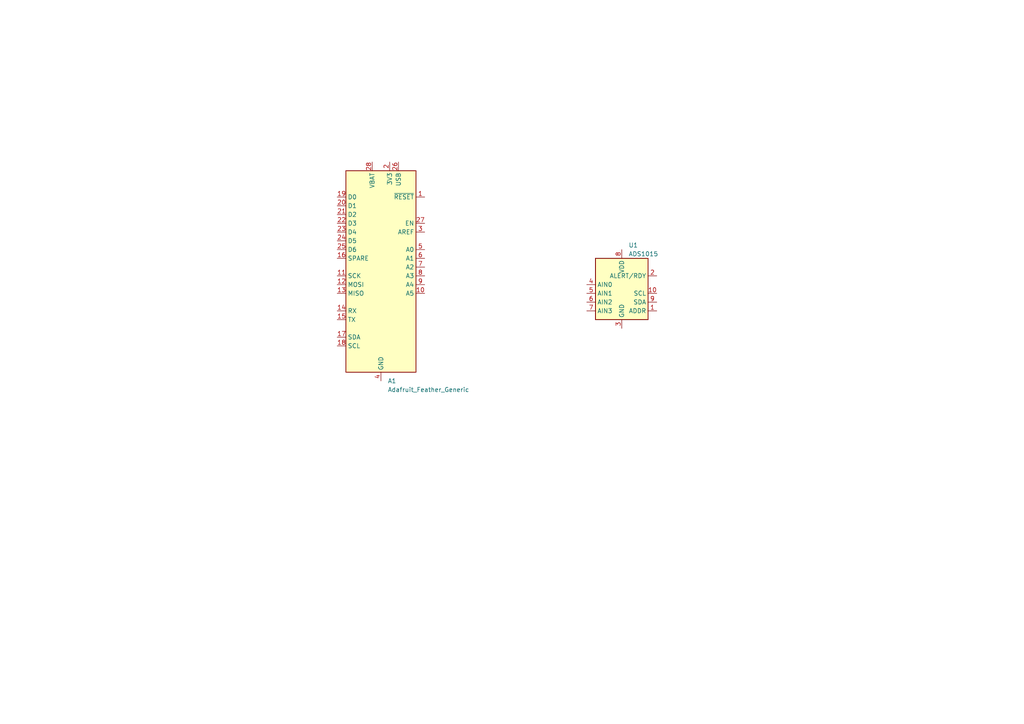
<source format=kicad_sch>
(kicad_sch (version 20230121) (generator eeschema)
  (paper "A4")
  (lib_symbols
    (symbol "Analog_ADC:ADS1015"
      (property "Reference" "U" (at 2.54 13.97 0))
      (property "Value" "ADS1015" (at 7.62 11.43 0))
      (symbol "ADS1015_0_1"
        (rectangle (start -7.62 10.16) (end 7.62 -7.62) (stroke (width 0.254)) (fill (type background)))
      )
      (symbol "ADS1015_1_1"
        (pin input line (at 10.16 -5.08 180) (length 2.54) (name "ADDR") (number "1"))
        (pin input line (at 10.16 0 180) (length 2.54) (name "SCL") (number "10"))
        (pin output line (at 10.16 5.08 180) (length 2.54) (name "ALERT/RDY") (number "2"))
        (pin power_in line (at 0 -10.16 90) (length 2.54) (name "GND") (number "3"))
        (pin input line (at -10.16 2.54 0) (length 2.54) (name "AIN0") (number "4"))
        (pin input line (at -10.16 0 0) (length 2.54) (name "AIN1") (number "5"))
        (pin input line (at -10.16 -2.54 0) (length 2.54) (name "AIN2") (number "6"))
        (pin input line (at -10.16 -5.08 0) (length 2.54) (name "AIN3") (number "7"))
        (pin power_in line (at 0 12.7 270) (length 2.54) (name "VDD") (number "8"))
        (pin bidirectional line (at 10.16 -2.54 180) (length 2.54) (name "SDA") (number "9"))
      )
    )
    (symbol "MCU_Module:Adafruit_Feather_Generic"
      (property "Reference" "A" (at -10.16 29.21 0))
      (property "Value" "Adafruit_Feather_Generic" (at 2.54 -31.75 0))
      (symbol "Adafruit_Feather_Generic_0_1"
        (rectangle (start -10.16 27.94) (end 10.16 -30.48) (stroke (width 0.254)) (fill (type background)))
      )
      (symbol "Adafruit_Feather_Generic_1_1"
        (pin input line (at 12.7 20.32 180) (length 2.54) (name "~{RESET}") (number "1"))
        (pin bidirectional line (at 12.7 -7.62 180) (length 2.54) (name "A5") (number "10"))
        (pin bidirectional line (at -12.7 -2.54 0) (length 2.54) (name "SCK") (number "11"))
        (pin bidirectional line (at -12.7 -5.08 0) (length 2.54) (name "MOSI") (number "12"))
        (pin bidirectional line (at -12.7 -7.62 0) (length 2.54) (name "MISO") (number "13"))
        (pin bidirectional line (at -12.7 -12.7 0) (length 2.54) (name "RX") (number "14"))
        (pin bidirectional line (at -12.7 -15.24 0) (length 2.54) (name "TX") (number "15"))
        (pin bidirectional line (at -12.7 2.54 0) (length 2.54) (name "SPARE") (number "16"))
        (pin bidirectional line (at -12.7 -20.32 0) (length 2.54) (name "SDA") (number "17"))
        (pin bidirectional line (at -12.7 -22.86 0) (length 2.54) (name "SCL") (number "18"))
        (pin bidirectional line (at -12.7 20.32 0) (length 2.54) (name "D0") (number "19"))
        (pin power_in line (at 2.54 30.48 270) (length 2.54) (name "3V3") (number "2"))
        (pin bidirectional line (at -12.7 17.78 0) (length 2.54) (name "D1") (number "20"))
        (pin bidirectional line (at -12.7 15.24 0) (length 2.54) (name "D2") (number "21"))
        (pin bidirectional line (at -12.7 12.7 0) (length 2.54) (name "D3") (number "22"))
        (pin bidirectional line (at -12.7 10.16 0) (length 2.54) (name "D4") (number "23"))
        (pin bidirectional line (at -12.7 7.62 0) (length 2.54) (name "D5") (number "24"))
        (pin bidirectional line (at -12.7 5.08 0) (length 2.54) (name "D6") (number "25"))
        (pin power_in line (at 5.08 30.48 270) (length 2.54) (name "USB") (number "26"))
        (pin input line (at 12.7 12.7 180) (length 2.54) (name "EN") (number "27"))
        (pin power_in line (at -2.54 30.48 270) (length 2.54) (name "VBAT") (number "28"))
        (pin input line (at 12.7 10.16 180) (length 2.54) (name "AREF") (number "3"))
        (pin power_in line (at 0 -33.02 90) (length 2.54) (name "GND") (number "4"))
        (pin bidirectional line (at 12.7 5.08 180) (length 2.54) (name "A0") (number "5"))
        (pin bidirectional line (at 12.7 2.54 180) (length 2.54) (name "A1") (number "6"))
        (pin bidirectional line (at 12.7 0 180) (length 2.54) (name "A2") (number "7"))
        (pin bidirectional line (at 12.7 -2.54 180) (length 2.54) (name "A3") (number "8"))
        (pin bidirectional line (at 12.7 -5.08 180) (length 2.54) (name "A4") (number "9"))
      )
    )
  )
  (symbol (lib_id "MCU_Module:Adafruit_Feather_Generic") (at 110.49 77.47 0) (unit 1)
    (property "Reference" "A1" (at 112.4459 110.49 0) (effects (justify left)))
    (property "Value" "Adafruit_Feather_Generic" (at 112.4459 113.03 0) (effects (justify left)))
    (property "Footprint" "Module:Adafruit_Feather" (effects hide))
    (property "Datasheet" "https://cdn-learn.adafruit.com/downloads/pdf/adafruit-feather.pdf" (effects hide))
  )
  (symbol (lib_id "Analog_ADC:ADS1015") (at 180.34 85.09 0) (unit 1)
    (property "Reference" "U1" (at 182.2959 71.12 0) (effects (justify left)))
    (property "Value" "ADS1015" (at 182.2959 73.66 0) (effects (justify left)))
    (property "Footprint" "Package_SO:TSSOP-10_3x3mm_P0.5mm" (effects hide))
    (property "Datasheet" "http://www.ti.com/lit/ds/symlink/ads1015.pdf" (effects hide))
  )
)
</source>
